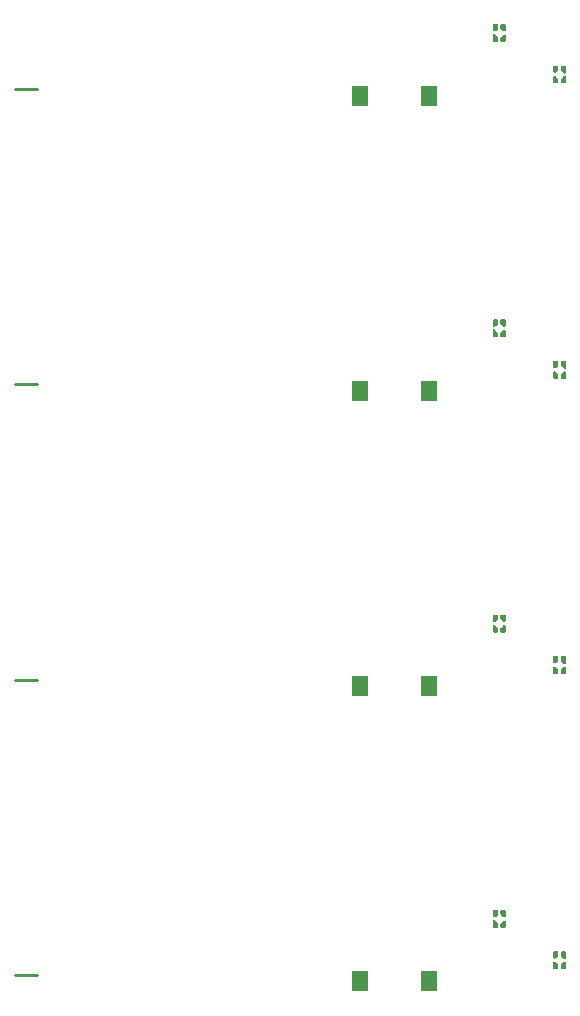
<source format=gts>
G04*
G04 #@! TF.GenerationSoftware,Altium Limited,Altium Designer,21.0.9 (235)*
G04*
G04 Layer_Color=8388736*
%FSLAX44Y44*%
%MOMM*%
G71*
G04*
G04 #@! TF.SameCoordinates,5DD7C229-C87D-40E0-AB69-EEC5175B06D6*
G04*
G04*
G04 #@! TF.FilePolarity,Negative*
G04*
G01*
G75*
%ADD10C,0.2540*%
%ADD70R,1.4032X1.7532*%
%ADD71R,1.4032X1.7532*%
G36*
X1096090Y1074967D02*
X1096221Y1074941D01*
X1096347Y1074898D01*
X1096467Y1074839D01*
X1096578Y1074765D01*
X1096678Y1074678D01*
X1096765Y1074578D01*
X1096839Y1074467D01*
X1096898Y1074347D01*
X1096941Y1074221D01*
X1096967Y1074091D01*
X1096976Y1073958D01*
Y1069958D01*
X1096967Y1069825D01*
X1096941Y1069694D01*
X1096898Y1069568D01*
X1096839Y1069449D01*
X1096765Y1069338D01*
X1096678Y1069238D01*
X1096578Y1069150D01*
X1096467Y1069076D01*
X1096347Y1069017D01*
X1096221Y1068974D01*
X1096090Y1068948D01*
X1095958Y1068940D01*
X1095258D01*
X1095125Y1068948D01*
X1094994Y1068974D01*
X1094868Y1069017D01*
X1094749Y1069076D01*
X1094638Y1069150D01*
X1094538Y1069238D01*
X1092738Y1071038D01*
X1092650Y1071138D01*
X1092576Y1071249D01*
X1092517Y1071368D01*
X1092474Y1071494D01*
X1092448Y1071625D01*
X1092439Y1071758D01*
Y1073958D01*
X1092448Y1074091D01*
X1092474Y1074221D01*
X1092517Y1074347D01*
X1092576Y1074467D01*
X1092650Y1074578D01*
X1092738Y1074678D01*
X1092838Y1074765D01*
X1092949Y1074839D01*
X1093068Y1074898D01*
X1093194Y1074941D01*
X1093325Y1074967D01*
X1093458Y1074976D01*
X1095958D01*
X1096090Y1074967D01*
D02*
G37*
G36*
X1089591D02*
X1089721Y1074941D01*
X1089847Y1074898D01*
X1089967Y1074839D01*
X1090077Y1074765D01*
X1090178Y1074678D01*
X1090265Y1074578D01*
X1090339Y1074467D01*
X1090398Y1074347D01*
X1090441Y1074221D01*
X1090467Y1074091D01*
X1090476Y1073958D01*
Y1071758D01*
X1090467Y1071625D01*
X1090441Y1071494D01*
X1090398Y1071368D01*
X1090339Y1071249D01*
X1090265Y1071138D01*
X1090178Y1071038D01*
X1088378Y1069238D01*
X1088278Y1069150D01*
X1088167Y1069076D01*
X1088047Y1069017D01*
X1087921Y1068974D01*
X1087791Y1068948D01*
X1087658Y1068940D01*
X1086958D01*
X1086825Y1068948D01*
X1086694Y1068974D01*
X1086568Y1069017D01*
X1086449Y1069076D01*
X1086338Y1069150D01*
X1086238Y1069238D01*
X1086150Y1069338D01*
X1086076Y1069449D01*
X1086017Y1069568D01*
X1085974Y1069694D01*
X1085948Y1069825D01*
X1085939Y1069958D01*
Y1073958D01*
X1085948Y1074091D01*
X1085974Y1074221D01*
X1086017Y1074347D01*
X1086076Y1074467D01*
X1086150Y1074578D01*
X1086238Y1074678D01*
X1086338Y1074765D01*
X1086449Y1074839D01*
X1086568Y1074898D01*
X1086694Y1074941D01*
X1086825Y1074967D01*
X1086958Y1074976D01*
X1089458D01*
X1089591Y1074967D01*
D02*
G37*
G36*
X1096090Y1065969D02*
X1096221Y1065943D01*
X1096347Y1065900D01*
X1096467Y1065842D01*
X1096578Y1065768D01*
X1096678Y1065680D01*
X1096765Y1065580D01*
X1096839Y1065469D01*
X1096898Y1065349D01*
X1096941Y1065223D01*
X1096967Y1065093D01*
X1096976Y1064960D01*
Y1060960D01*
X1096967Y1060827D01*
X1096941Y1060696D01*
X1096898Y1060570D01*
X1096839Y1060451D01*
X1096765Y1060340D01*
X1096678Y1060240D01*
X1096578Y1060152D01*
X1096467Y1060078D01*
X1096347Y1060019D01*
X1096221Y1059976D01*
X1096090Y1059950D01*
X1095958Y1059942D01*
X1093458D01*
X1093325Y1059950D01*
X1093194Y1059976D01*
X1093068Y1060019D01*
X1092949Y1060078D01*
X1092838Y1060152D01*
X1092738Y1060240D01*
X1092650Y1060340D01*
X1092576Y1060451D01*
X1092517Y1060570D01*
X1092474Y1060696D01*
X1092448Y1060827D01*
X1092439Y1060960D01*
Y1063160D01*
X1092448Y1063293D01*
X1092474Y1063423D01*
X1092517Y1063549D01*
X1092576Y1063669D01*
X1092650Y1063780D01*
X1092738Y1063880D01*
X1094538Y1065680D01*
X1094638Y1065768D01*
X1094749Y1065842D01*
X1094868Y1065900D01*
X1094994Y1065943D01*
X1095125Y1065969D01*
X1095258Y1065978D01*
X1095958D01*
X1096090Y1065969D01*
D02*
G37*
G36*
X1087093Y1066665D02*
X1087224Y1066639D01*
X1087350Y1066596D01*
X1087469Y1066537D01*
X1087580Y1066463D01*
X1087680Y1066376D01*
X1090180Y1063876D01*
X1090268Y1063775D01*
X1090342Y1063665D01*
X1090401Y1063545D01*
X1090443Y1063419D01*
X1090469Y1063289D01*
X1090478Y1063156D01*
Y1060956D01*
X1090469Y1060823D01*
X1090443Y1060692D01*
X1090401Y1060566D01*
X1090342Y1060447D01*
X1090268Y1060336D01*
X1090180Y1060236D01*
X1090080Y1060148D01*
X1089969Y1060074D01*
X1089850Y1060015D01*
X1089724Y1059972D01*
X1089593Y1059946D01*
X1089460Y1059938D01*
X1086960D01*
X1086827Y1059946D01*
X1086696Y1059972D01*
X1086570Y1060015D01*
X1086451Y1060074D01*
X1086340Y1060148D01*
X1086240Y1060236D01*
X1086152Y1060336D01*
X1086078Y1060447D01*
X1086019Y1060566D01*
X1085976Y1060692D01*
X1085950Y1060823D01*
X1085942Y1060956D01*
Y1065656D01*
X1085950Y1065789D01*
X1085976Y1065919D01*
X1086019Y1066045D01*
X1086078Y1066165D01*
X1086152Y1066275D01*
X1086240Y1066376D01*
X1086340Y1066463D01*
X1086451Y1066537D01*
X1086570Y1066596D01*
X1086696Y1066639D01*
X1086827Y1066665D01*
X1086960Y1066674D01*
X1087093Y1066665D01*
D02*
G37*
G36*
X1140718Y1039923D02*
X1140849Y1039897D01*
X1140975Y1039854D01*
X1141094Y1039795D01*
X1141205Y1039721D01*
X1141305Y1039633D01*
X1141393Y1039533D01*
X1141467Y1039422D01*
X1141526Y1039303D01*
X1141569Y1039177D01*
X1141595Y1039046D01*
X1141603Y1038913D01*
Y1036713D01*
X1141595Y1036580D01*
X1141569Y1036450D01*
X1141526Y1036323D01*
X1141467Y1036204D01*
X1141393Y1036093D01*
X1141305Y1035993D01*
X1139505Y1034193D01*
D01*
D01*
X1139505Y1034193D01*
X1139405Y1034105D01*
X1139294Y1034031D01*
X1139175Y1033972D01*
X1139081Y1033941D01*
X1139049Y1033930D01*
X1138918Y1033904D01*
X1138785Y1033895D01*
X1138085Y1033895D01*
D01*
X1138085D01*
X1137952Y1033904D01*
X1137822Y1033930D01*
X1137779Y1033944D01*
X1137695Y1033972D01*
X1137576Y1034031D01*
X1137465Y1034105D01*
X1137365Y1034193D01*
Y1034193D01*
X1137365D01*
X1137277Y1034293D01*
X1137203Y1034404D01*
X1137144Y1034523D01*
X1137116Y1034607D01*
X1137102Y1034650D01*
X1137076Y1034780D01*
X1137067Y1034913D01*
Y1034913D01*
D01*
Y1038913D01*
X1137076Y1039046D01*
X1137102Y1039177D01*
X1137144Y1039303D01*
X1137203Y1039422D01*
X1137277Y1039533D01*
X1137365Y1039633D01*
X1137465Y1039721D01*
X1137576Y1039795D01*
X1137695Y1039854D01*
X1137822Y1039897D01*
X1137952Y1039923D01*
X1138085Y1039931D01*
X1140585D01*
X1140718Y1039923D01*
D02*
G37*
G36*
X1147216Y1039927D02*
X1147346Y1039901D01*
X1147472Y1039858D01*
X1147592Y1039799D01*
X1147703Y1039725D01*
X1147803Y1039637D01*
X1147891Y1039537D01*
X1147965Y1039426D01*
X1148024Y1039307D01*
X1148066Y1039181D01*
X1148092Y1039050D01*
X1148101Y1038917D01*
Y1034217D01*
X1148092Y1034084D01*
X1148066Y1033954D01*
X1148024Y1033828D01*
X1147965Y1033708D01*
X1147891Y1033597D01*
X1147803Y1033497D01*
X1147703Y1033410D01*
X1147592Y1033335D01*
X1147473Y1033277D01*
X1147346Y1033234D01*
X1147216Y1033208D01*
X1147083Y1033199D01*
X1146950Y1033208D01*
X1146819Y1033234D01*
X1146693Y1033277D01*
X1146574Y1033335D01*
X1146463Y1033410D01*
X1146363Y1033497D01*
X1143863Y1035997D01*
X1143775Y1036097D01*
X1143701Y1036208D01*
X1143642Y1036328D01*
X1143599Y1036454D01*
X1143573Y1036584D01*
X1143565Y1036717D01*
Y1038917D01*
X1143573Y1039050D01*
X1143599Y1039181D01*
X1143642Y1039307D01*
X1143701Y1039426D01*
X1143775Y1039537D01*
X1143863Y1039637D01*
X1143963Y1039725D01*
X1144074Y1039799D01*
X1144193Y1039858D01*
X1144319Y1039901D01*
X1144450Y1039927D01*
X1144583Y1039935D01*
X1147083D01*
X1147216Y1039927D01*
D02*
G37*
G36*
X1147218Y1030925D02*
X1147349Y1030899D01*
X1147392Y1030884D01*
X1147475Y1030856D01*
X1147594Y1030797D01*
X1147705Y1030723D01*
X1147805Y1030635D01*
Y1030635D01*
X1147805D01*
X1147893Y1030535D01*
X1147967Y1030424D01*
X1148026Y1030305D01*
X1148054Y1030221D01*
X1148069Y1030179D01*
X1148095Y1030048D01*
X1148103Y1029915D01*
D01*
Y1029915D01*
X1148103Y1025915D01*
X1148095Y1025782D01*
X1148069Y1025652D01*
X1148026Y1025526D01*
X1147967Y1025406D01*
X1147893Y1025295D01*
X1147805Y1025195D01*
X1147705Y1025107D01*
X1147594Y1025033D01*
X1147475Y1024975D01*
X1147349Y1024932D01*
X1147218Y1024906D01*
X1147085Y1024897D01*
X1144585D01*
X1144452Y1024906D01*
X1144322Y1024932D01*
X1144195Y1024975D01*
X1144076Y1025033D01*
X1143965Y1025107D01*
X1143865Y1025195D01*
X1143777Y1025295D01*
X1143703Y1025406D01*
X1143644Y1025526D01*
X1143602Y1025652D01*
X1143576Y1025782D01*
X1143567Y1025915D01*
X1143567Y1028115D01*
X1143576Y1028248D01*
X1143602Y1028379D01*
X1143644Y1028505D01*
X1143703Y1028624D01*
X1143777Y1028735D01*
X1143865Y1028835D01*
X1145665Y1030635D01*
X1145765Y1030723D01*
X1145876Y1030797D01*
X1145995Y1030856D01*
X1146058Y1030877D01*
X1146122Y1030899D01*
X1146252Y1030925D01*
X1146385Y1030933D01*
X1147085Y1030933D01*
D01*
X1147085D01*
X1147218Y1030925D01*
D02*
G37*
G36*
X1138918D02*
X1139049Y1030899D01*
X1139175Y1030856D01*
X1139294Y1030797D01*
X1139405Y1030723D01*
X1139505Y1030635D01*
X1141305Y1028835D01*
X1141393Y1028735D01*
X1141467Y1028624D01*
X1141526Y1028505D01*
X1141569Y1028379D01*
X1141595Y1028248D01*
X1141603Y1028115D01*
Y1025915D01*
X1141595Y1025782D01*
X1141569Y1025652D01*
X1141526Y1025526D01*
X1141467Y1025406D01*
X1141393Y1025295D01*
X1141305Y1025195D01*
X1141205Y1025107D01*
X1141094Y1025033D01*
X1140975Y1024975D01*
X1140849Y1024932D01*
X1140718Y1024906D01*
X1140585Y1024897D01*
X1138085D01*
X1137952Y1024906D01*
X1137822Y1024932D01*
X1137695Y1024975D01*
X1137576Y1025033D01*
X1137465Y1025107D01*
X1137365Y1025195D01*
X1137277Y1025295D01*
X1137203Y1025406D01*
X1137144Y1025526D01*
X1137102Y1025652D01*
X1137076Y1025782D01*
X1137067Y1025915D01*
Y1029915D01*
X1137076Y1030048D01*
X1137102Y1030179D01*
X1137144Y1030305D01*
X1137203Y1030424D01*
X1137277Y1030535D01*
X1137365Y1030635D01*
X1137465Y1030723D01*
X1137576Y1030797D01*
X1137695Y1030856D01*
X1137822Y1030899D01*
X1137952Y1030925D01*
X1138085Y1030933D01*
X1138785D01*
X1138918Y1030925D01*
D02*
G37*
G36*
X1096090Y824967D02*
X1096221Y824941D01*
X1096347Y824898D01*
X1096467Y824839D01*
X1096578Y824765D01*
X1096678Y824678D01*
X1096765Y824577D01*
X1096839Y824467D01*
X1096898Y824347D01*
X1096941Y824221D01*
X1096967Y824091D01*
X1096976Y823958D01*
Y819958D01*
X1096967Y819825D01*
X1096941Y819694D01*
X1096898Y819568D01*
X1096839Y819449D01*
X1096765Y819338D01*
X1096678Y819238D01*
X1096578Y819150D01*
X1096467Y819076D01*
X1096347Y819017D01*
X1096221Y818974D01*
X1096090Y818948D01*
X1095958Y818940D01*
X1095258D01*
X1095125Y818948D01*
X1094994Y818974D01*
X1094868Y819017D01*
X1094749Y819076D01*
X1094638Y819150D01*
X1094538Y819238D01*
X1092738Y821038D01*
X1092650Y821138D01*
X1092576Y821249D01*
X1092517Y821368D01*
X1092474Y821494D01*
X1092448Y821625D01*
X1092439Y821758D01*
Y823958D01*
X1092448Y824091D01*
X1092474Y824221D01*
X1092517Y824347D01*
X1092576Y824467D01*
X1092650Y824577D01*
X1092738Y824678D01*
X1092838Y824765D01*
X1092949Y824839D01*
X1093068Y824898D01*
X1093194Y824941D01*
X1093325Y824967D01*
X1093458Y824976D01*
X1095958D01*
X1096090Y824967D01*
D02*
G37*
G36*
X1089591D02*
X1089721Y824941D01*
X1089847Y824898D01*
X1089967Y824839D01*
X1090077Y824765D01*
X1090178Y824678D01*
X1090265Y824577D01*
X1090339Y824467D01*
X1090398Y824347D01*
X1090441Y824221D01*
X1090467Y824091D01*
X1090476Y823958D01*
Y821758D01*
X1090467Y821625D01*
X1090441Y821494D01*
X1090398Y821368D01*
X1090339Y821249D01*
X1090265Y821138D01*
X1090178Y821038D01*
X1088378Y819238D01*
X1088278Y819150D01*
X1088167Y819076D01*
X1088047Y819017D01*
X1087921Y818974D01*
X1087791Y818948D01*
X1087658Y818940D01*
X1086958D01*
X1086825Y818948D01*
X1086694Y818974D01*
X1086568Y819017D01*
X1086449Y819076D01*
X1086338Y819150D01*
X1086238Y819238D01*
X1086150Y819338D01*
X1086076Y819449D01*
X1086017Y819568D01*
X1085974Y819694D01*
X1085948Y819825D01*
X1085939Y819958D01*
Y823958D01*
X1085948Y824091D01*
X1085974Y824221D01*
X1086017Y824347D01*
X1086076Y824467D01*
X1086150Y824577D01*
X1086238Y824678D01*
X1086338Y824765D01*
X1086449Y824839D01*
X1086568Y824898D01*
X1086694Y824941D01*
X1086825Y824967D01*
X1086958Y824976D01*
X1089458D01*
X1089591Y824967D01*
D02*
G37*
G36*
X1096090Y815969D02*
X1096221Y815943D01*
X1096347Y815900D01*
X1096467Y815842D01*
X1096578Y815768D01*
X1096678Y815680D01*
X1096765Y815580D01*
X1096839Y815469D01*
X1096898Y815349D01*
X1096941Y815223D01*
X1096967Y815093D01*
X1096976Y814960D01*
Y810960D01*
X1096967Y810827D01*
X1096941Y810696D01*
X1096898Y810570D01*
X1096839Y810451D01*
X1096765Y810340D01*
X1096678Y810240D01*
X1096578Y810152D01*
X1096467Y810078D01*
X1096347Y810019D01*
X1096221Y809976D01*
X1096090Y809950D01*
X1095958Y809942D01*
X1093458D01*
X1093325Y809950D01*
X1093194Y809976D01*
X1093068Y810019D01*
X1092949Y810078D01*
X1092838Y810152D01*
X1092738Y810240D01*
X1092650Y810340D01*
X1092576Y810451D01*
X1092517Y810570D01*
X1092474Y810696D01*
X1092448Y810827D01*
X1092439Y810960D01*
Y813160D01*
X1092448Y813293D01*
X1092474Y813423D01*
X1092517Y813549D01*
X1092576Y813669D01*
X1092650Y813780D01*
X1092738Y813880D01*
X1094538Y815680D01*
X1094638Y815768D01*
X1094749Y815842D01*
X1094868Y815900D01*
X1094994Y815943D01*
X1095125Y815969D01*
X1095258Y815978D01*
X1095958D01*
X1096090Y815969D01*
D02*
G37*
G36*
X1087093Y816665D02*
X1087224Y816639D01*
X1087350Y816596D01*
X1087469Y816537D01*
X1087580Y816463D01*
X1087680Y816376D01*
X1090180Y813876D01*
X1090268Y813775D01*
X1090342Y813665D01*
X1090401Y813545D01*
X1090443Y813419D01*
X1090469Y813288D01*
X1090478Y813156D01*
Y810956D01*
X1090469Y810823D01*
X1090443Y810692D01*
X1090401Y810566D01*
X1090342Y810446D01*
X1090268Y810336D01*
X1090180Y810236D01*
X1090080Y810148D01*
X1089969Y810074D01*
X1089850Y810015D01*
X1089724Y809972D01*
X1089593Y809946D01*
X1089460Y809937D01*
X1086960D01*
X1086827Y809946D01*
X1086696Y809972D01*
X1086570Y810015D01*
X1086451Y810074D01*
X1086340Y810148D01*
X1086240Y810236D01*
X1086152Y810336D01*
X1086078Y810446D01*
X1086019Y810566D01*
X1085976Y810692D01*
X1085950Y810823D01*
X1085942Y810956D01*
Y815656D01*
X1085950Y815788D01*
X1085976Y815919D01*
X1086019Y816045D01*
X1086078Y816165D01*
X1086152Y816275D01*
X1086240Y816376D01*
X1086340Y816463D01*
X1086451Y816537D01*
X1086570Y816596D01*
X1086696Y816639D01*
X1086827Y816665D01*
X1086960Y816674D01*
X1087093Y816665D01*
D02*
G37*
G36*
X1140718Y789922D02*
X1140849Y789896D01*
X1140975Y789854D01*
X1141094Y789795D01*
X1141205Y789721D01*
X1141305Y789633D01*
X1141393Y789533D01*
X1141467Y789422D01*
X1141526Y789303D01*
X1141569Y789177D01*
X1141595Y789046D01*
X1141603Y788913D01*
Y786713D01*
X1141595Y786580D01*
X1141569Y786450D01*
X1141526Y786323D01*
X1141467Y786204D01*
X1141393Y786093D01*
X1141305Y785993D01*
X1139505Y784193D01*
D01*
D01*
X1139505Y784193D01*
X1139405Y784105D01*
X1139294Y784031D01*
X1139175Y783972D01*
X1139081Y783940D01*
X1139049Y783930D01*
X1138918Y783904D01*
X1138785Y783895D01*
X1138085Y783895D01*
D01*
X1138085D01*
X1137952Y783904D01*
X1137822Y783930D01*
X1137779Y783944D01*
X1137695Y783972D01*
X1137576Y784031D01*
X1137465Y784105D01*
X1137365Y784193D01*
Y784193D01*
X1137365D01*
X1137277Y784293D01*
X1137203Y784404D01*
X1137144Y784523D01*
X1137116Y784607D01*
X1137102Y784650D01*
X1137076Y784780D01*
X1137067Y784913D01*
Y784913D01*
D01*
Y788913D01*
X1137076Y789046D01*
X1137102Y789177D01*
X1137144Y789303D01*
X1137203Y789422D01*
X1137277Y789533D01*
X1137365Y789633D01*
X1137465Y789721D01*
X1137576Y789795D01*
X1137695Y789854D01*
X1137822Y789896D01*
X1137952Y789922D01*
X1138085Y789931D01*
X1140585D01*
X1140718Y789922D01*
D02*
G37*
G36*
X1147216Y789927D02*
X1147346Y789901D01*
X1147472Y789858D01*
X1147592Y789799D01*
X1147703Y789725D01*
X1147803Y789637D01*
X1147891Y789537D01*
X1147965Y789426D01*
X1148024Y789307D01*
X1148066Y789181D01*
X1148092Y789050D01*
X1148101Y788917D01*
Y784217D01*
X1148092Y784084D01*
X1148066Y783954D01*
X1148024Y783828D01*
X1147965Y783708D01*
X1147891Y783597D01*
X1147803Y783497D01*
X1147703Y783409D01*
X1147592Y783335D01*
X1147473Y783277D01*
X1147346Y783234D01*
X1147216Y783208D01*
X1147083Y783199D01*
X1146950Y783208D01*
X1146819Y783234D01*
X1146693Y783277D01*
X1146574Y783335D01*
X1146463Y783409D01*
X1146363Y783497D01*
X1143863Y785997D01*
X1143775Y786097D01*
X1143701Y786208D01*
X1143642Y786328D01*
X1143599Y786454D01*
X1143573Y786584D01*
X1143565Y786717D01*
Y788917D01*
X1143573Y789050D01*
X1143599Y789181D01*
X1143642Y789307D01*
X1143701Y789426D01*
X1143775Y789537D01*
X1143863Y789637D01*
X1143963Y789725D01*
X1144074Y789799D01*
X1144193Y789858D01*
X1144319Y789901D01*
X1144450Y789927D01*
X1144583Y789935D01*
X1147083D01*
X1147216Y789927D01*
D02*
G37*
G36*
X1147218Y780925D02*
X1147349Y780899D01*
X1147392Y780884D01*
X1147475Y780856D01*
X1147594Y780797D01*
X1147705Y780723D01*
X1147805Y780635D01*
Y780635D01*
X1147805D01*
X1147893Y780535D01*
X1147967Y780424D01*
X1148026Y780305D01*
X1148054Y780221D01*
X1148069Y780179D01*
X1148095Y780048D01*
X1148103Y779915D01*
D01*
Y779915D01*
X1148103Y775915D01*
X1148095Y775782D01*
X1148069Y775652D01*
X1148026Y775526D01*
X1147967Y775406D01*
X1147893Y775295D01*
X1147805Y775195D01*
X1147705Y775107D01*
X1147594Y775033D01*
X1147475Y774974D01*
X1147349Y774932D01*
X1147218Y774906D01*
X1147085Y774897D01*
X1144585D01*
X1144452Y774906D01*
X1144322Y774932D01*
X1144195Y774974D01*
X1144076Y775033D01*
X1143965Y775107D01*
X1143865Y775195D01*
X1143777Y775295D01*
X1143703Y775406D01*
X1143644Y775526D01*
X1143602Y775652D01*
X1143576Y775782D01*
X1143567Y775915D01*
X1143567Y778115D01*
X1143576Y778248D01*
X1143602Y778379D01*
X1143644Y778505D01*
X1143703Y778624D01*
X1143777Y778735D01*
X1143865Y778835D01*
X1145665Y780635D01*
X1145765Y780723D01*
X1145876Y780797D01*
X1145995Y780856D01*
X1146058Y780877D01*
X1146122Y780899D01*
X1146252Y780925D01*
X1146385Y780933D01*
X1147085Y780933D01*
D01*
X1147085D01*
X1147218Y780925D01*
D02*
G37*
G36*
X1138918D02*
X1139049Y780899D01*
X1139175Y780856D01*
X1139294Y780797D01*
X1139405Y780723D01*
X1139505Y780635D01*
X1141305Y778835D01*
X1141393Y778735D01*
X1141467Y778624D01*
X1141526Y778505D01*
X1141569Y778379D01*
X1141595Y778248D01*
X1141603Y778115D01*
Y775915D01*
X1141595Y775782D01*
X1141569Y775652D01*
X1141526Y775526D01*
X1141467Y775406D01*
X1141393Y775295D01*
X1141305Y775195D01*
X1141205Y775107D01*
X1141094Y775033D01*
X1140975Y774974D01*
X1140849Y774932D01*
X1140718Y774906D01*
X1140585Y774897D01*
X1138085D01*
X1137952Y774906D01*
X1137822Y774932D01*
X1137695Y774974D01*
X1137576Y775033D01*
X1137465Y775107D01*
X1137365Y775195D01*
X1137277Y775295D01*
X1137203Y775406D01*
X1137144Y775526D01*
X1137102Y775652D01*
X1137076Y775782D01*
X1137067Y775915D01*
Y779915D01*
X1137076Y780048D01*
X1137102Y780179D01*
X1137144Y780305D01*
X1137203Y780424D01*
X1137277Y780535D01*
X1137365Y780635D01*
X1137465Y780723D01*
X1137576Y780797D01*
X1137695Y780856D01*
X1137822Y780899D01*
X1137952Y780925D01*
X1138085Y780933D01*
X1138785D01*
X1138918Y780925D01*
D02*
G37*
G36*
X1096090Y574967D02*
X1096221Y574941D01*
X1096347Y574898D01*
X1096467Y574839D01*
X1096578Y574765D01*
X1096678Y574678D01*
X1096765Y574577D01*
X1096839Y574467D01*
X1096898Y574347D01*
X1096941Y574221D01*
X1096967Y574090D01*
X1096976Y573958D01*
Y569958D01*
X1096967Y569825D01*
X1096941Y569694D01*
X1096898Y569568D01*
X1096839Y569449D01*
X1096765Y569338D01*
X1096678Y569238D01*
X1096578Y569150D01*
X1096467Y569076D01*
X1096347Y569017D01*
X1096221Y568974D01*
X1096090Y568948D01*
X1095958Y568940D01*
X1095258D01*
X1095125Y568948D01*
X1094994Y568974D01*
X1094868Y569017D01*
X1094749Y569076D01*
X1094638Y569150D01*
X1094538Y569238D01*
X1092738Y571038D01*
X1092650Y571138D01*
X1092576Y571249D01*
X1092517Y571368D01*
X1092474Y571494D01*
X1092448Y571625D01*
X1092439Y571758D01*
Y573958D01*
X1092448Y574090D01*
X1092474Y574221D01*
X1092517Y574347D01*
X1092576Y574467D01*
X1092650Y574577D01*
X1092738Y574678D01*
X1092838Y574765D01*
X1092949Y574839D01*
X1093068Y574898D01*
X1093194Y574941D01*
X1093325Y574967D01*
X1093458Y574976D01*
X1095958D01*
X1096090Y574967D01*
D02*
G37*
G36*
X1089591D02*
X1089721Y574941D01*
X1089847Y574898D01*
X1089967Y574839D01*
X1090077Y574765D01*
X1090178Y574678D01*
X1090265Y574577D01*
X1090339Y574467D01*
X1090398Y574347D01*
X1090441Y574221D01*
X1090467Y574090D01*
X1090476Y573958D01*
Y571758D01*
X1090467Y571625D01*
X1090441Y571494D01*
X1090398Y571368D01*
X1090339Y571249D01*
X1090265Y571138D01*
X1090178Y571038D01*
X1088378Y569238D01*
X1088278Y569150D01*
X1088167Y569076D01*
X1088047Y569017D01*
X1087921Y568974D01*
X1087791Y568948D01*
X1087658Y568940D01*
X1086958D01*
X1086825Y568948D01*
X1086694Y568974D01*
X1086568Y569017D01*
X1086449Y569076D01*
X1086338Y569150D01*
X1086238Y569238D01*
X1086150Y569338D01*
X1086076Y569449D01*
X1086017Y569568D01*
X1085974Y569694D01*
X1085948Y569825D01*
X1085939Y569958D01*
Y573958D01*
X1085948Y574090D01*
X1085974Y574221D01*
X1086017Y574347D01*
X1086076Y574467D01*
X1086150Y574577D01*
X1086238Y574678D01*
X1086338Y574765D01*
X1086449Y574839D01*
X1086568Y574898D01*
X1086694Y574941D01*
X1086825Y574967D01*
X1086958Y574976D01*
X1089458D01*
X1089591Y574967D01*
D02*
G37*
G36*
X1096090Y565969D02*
X1096221Y565943D01*
X1096347Y565900D01*
X1096467Y565841D01*
X1096578Y565767D01*
X1096678Y565680D01*
X1096765Y565579D01*
X1096839Y565469D01*
X1096898Y565349D01*
X1096941Y565223D01*
X1096967Y565093D01*
X1096976Y564960D01*
Y560960D01*
X1096967Y560827D01*
X1096941Y560696D01*
X1096898Y560570D01*
X1096839Y560451D01*
X1096765Y560340D01*
X1096678Y560240D01*
X1096578Y560152D01*
X1096467Y560078D01*
X1096347Y560019D01*
X1096221Y559976D01*
X1096090Y559950D01*
X1095958Y559941D01*
X1093458D01*
X1093325Y559950D01*
X1093194Y559976D01*
X1093068Y560019D01*
X1092949Y560078D01*
X1092838Y560152D01*
X1092738Y560240D01*
X1092650Y560340D01*
X1092576Y560451D01*
X1092517Y560570D01*
X1092474Y560696D01*
X1092448Y560827D01*
X1092439Y560960D01*
Y563160D01*
X1092448Y563293D01*
X1092474Y563423D01*
X1092517Y563549D01*
X1092576Y563669D01*
X1092650Y563779D01*
X1092738Y563880D01*
X1094538Y565680D01*
X1094638Y565767D01*
X1094749Y565841D01*
X1094868Y565900D01*
X1094994Y565943D01*
X1095125Y565969D01*
X1095258Y565978D01*
X1095958D01*
X1096090Y565969D01*
D02*
G37*
G36*
X1087093Y566665D02*
X1087224Y566639D01*
X1087350Y566596D01*
X1087469Y566537D01*
X1087580Y566463D01*
X1087680Y566376D01*
X1090180Y563876D01*
X1090268Y563775D01*
X1090342Y563665D01*
X1090401Y563545D01*
X1090443Y563419D01*
X1090469Y563288D01*
X1090478Y563156D01*
Y560956D01*
X1090469Y560823D01*
X1090443Y560692D01*
X1090401Y560566D01*
X1090342Y560447D01*
X1090268Y560336D01*
X1090180Y560236D01*
X1090080Y560148D01*
X1089969Y560074D01*
X1089850Y560015D01*
X1089724Y559972D01*
X1089593Y559946D01*
X1089460Y559937D01*
X1086960D01*
X1086827Y559946D01*
X1086696Y559972D01*
X1086570Y560015D01*
X1086451Y560074D01*
X1086340Y560148D01*
X1086240Y560236D01*
X1086152Y560336D01*
X1086078Y560447D01*
X1086019Y560566D01*
X1085976Y560692D01*
X1085950Y560823D01*
X1085942Y560956D01*
Y565656D01*
X1085950Y565788D01*
X1085976Y565919D01*
X1086019Y566045D01*
X1086078Y566165D01*
X1086152Y566275D01*
X1086240Y566376D01*
X1086340Y566463D01*
X1086451Y566537D01*
X1086570Y566596D01*
X1086696Y566639D01*
X1086827Y566665D01*
X1086960Y566674D01*
X1087093Y566665D01*
D02*
G37*
G36*
X1140718Y539922D02*
X1140849Y539897D01*
X1140975Y539854D01*
X1141094Y539795D01*
X1141205Y539721D01*
X1141305Y539633D01*
X1141393Y539533D01*
X1141467Y539422D01*
X1141526Y539303D01*
X1141569Y539176D01*
X1141595Y539046D01*
X1141603Y538913D01*
Y536713D01*
X1141595Y536580D01*
X1141569Y536450D01*
X1141526Y536323D01*
X1141467Y536204D01*
X1141393Y536093D01*
X1141305Y535993D01*
X1139505Y534193D01*
D01*
D01*
X1139505Y534193D01*
X1139405Y534105D01*
X1139294Y534031D01*
X1139175Y533972D01*
X1139081Y533940D01*
X1139049Y533929D01*
X1138918Y533904D01*
X1138785Y533895D01*
X1138085Y533895D01*
D01*
X1138085D01*
X1137952Y533904D01*
X1137822Y533929D01*
X1137779Y533944D01*
X1137695Y533972D01*
X1137576Y534031D01*
X1137465Y534105D01*
X1137365Y534193D01*
Y534193D01*
X1137365D01*
X1137277Y534293D01*
X1137203Y534404D01*
X1137144Y534523D01*
X1137116Y534607D01*
X1137102Y534649D01*
X1137076Y534780D01*
X1137067Y534913D01*
Y534913D01*
D01*
Y538913D01*
X1137076Y539046D01*
X1137102Y539176D01*
X1137144Y539303D01*
X1137203Y539422D01*
X1137277Y539533D01*
X1137365Y539633D01*
X1137465Y539721D01*
X1137576Y539795D01*
X1137695Y539854D01*
X1137822Y539897D01*
X1137952Y539922D01*
X1138085Y539931D01*
X1140585D01*
X1140718Y539922D01*
D02*
G37*
G36*
X1147216Y539927D02*
X1147346Y539901D01*
X1147472Y539858D01*
X1147592Y539799D01*
X1147703Y539725D01*
X1147803Y539637D01*
X1147891Y539537D01*
X1147965Y539426D01*
X1148024Y539307D01*
X1148066Y539181D01*
X1148092Y539050D01*
X1148101Y538917D01*
Y534217D01*
X1148092Y534084D01*
X1148066Y533954D01*
X1148024Y533828D01*
X1147965Y533708D01*
X1147891Y533597D01*
X1147803Y533497D01*
X1147703Y533409D01*
X1147592Y533335D01*
X1147473Y533276D01*
X1147346Y533234D01*
X1147216Y533208D01*
X1147083Y533199D01*
X1146950Y533208D01*
X1146819Y533234D01*
X1146693Y533276D01*
X1146574Y533335D01*
X1146463Y533409D01*
X1146363Y533497D01*
X1143863Y535997D01*
X1143775Y536097D01*
X1143701Y536208D01*
X1143642Y536328D01*
X1143599Y536454D01*
X1143573Y536584D01*
X1143565Y536717D01*
Y538917D01*
X1143573Y539050D01*
X1143599Y539181D01*
X1143642Y539307D01*
X1143701Y539426D01*
X1143775Y539537D01*
X1143863Y539637D01*
X1143963Y539725D01*
X1144074Y539799D01*
X1144193Y539858D01*
X1144319Y539901D01*
X1144450Y539927D01*
X1144583Y539935D01*
X1147083D01*
X1147216Y539927D01*
D02*
G37*
G36*
X1147218Y530924D02*
X1147349Y530899D01*
X1147392Y530884D01*
X1147475Y530856D01*
X1147594Y530797D01*
X1147705Y530723D01*
X1147805Y530635D01*
Y530635D01*
X1147805D01*
X1147893Y530535D01*
X1147967Y530424D01*
X1148026Y530305D01*
X1148054Y530221D01*
X1148069Y530179D01*
X1148095Y530048D01*
X1148103Y529915D01*
D01*
Y529915D01*
X1148103Y525915D01*
X1148095Y525782D01*
X1148069Y525652D01*
X1148026Y525525D01*
X1147967Y525406D01*
X1147893Y525295D01*
X1147805Y525195D01*
X1147705Y525107D01*
X1147594Y525033D01*
X1147475Y524974D01*
X1147349Y524932D01*
X1147218Y524906D01*
X1147085Y524897D01*
X1144585D01*
X1144452Y524906D01*
X1144322Y524932D01*
X1144195Y524974D01*
X1144076Y525033D01*
X1143965Y525107D01*
X1143865Y525195D01*
X1143777Y525295D01*
X1143703Y525406D01*
X1143644Y525525D01*
X1143602Y525652D01*
X1143576Y525782D01*
X1143567Y525915D01*
X1143567Y528115D01*
X1143576Y528248D01*
X1143602Y528379D01*
X1143644Y528505D01*
X1143703Y528624D01*
X1143777Y528735D01*
X1143865Y528835D01*
X1145665Y530635D01*
X1145765Y530723D01*
X1145876Y530797D01*
X1145995Y530856D01*
X1146058Y530877D01*
X1146122Y530899D01*
X1146252Y530924D01*
X1146385Y530933D01*
X1147085Y530933D01*
D01*
X1147085D01*
X1147218Y530924D01*
D02*
G37*
G36*
X1138918D02*
X1139049Y530899D01*
X1139175Y530856D01*
X1139294Y530797D01*
X1139405Y530723D01*
X1139505Y530635D01*
X1141305Y528835D01*
X1141393Y528735D01*
X1141467Y528624D01*
X1141526Y528505D01*
X1141569Y528379D01*
X1141595Y528248D01*
X1141603Y528115D01*
Y525915D01*
X1141595Y525782D01*
X1141569Y525652D01*
X1141526Y525525D01*
X1141467Y525406D01*
X1141393Y525295D01*
X1141305Y525195D01*
X1141205Y525107D01*
X1141094Y525033D01*
X1140975Y524974D01*
X1140849Y524932D01*
X1140718Y524906D01*
X1140585Y524897D01*
X1138085D01*
X1137952Y524906D01*
X1137822Y524932D01*
X1137695Y524974D01*
X1137576Y525033D01*
X1137465Y525107D01*
X1137365Y525195D01*
X1137277Y525295D01*
X1137203Y525406D01*
X1137144Y525525D01*
X1137102Y525652D01*
X1137076Y525782D01*
X1137067Y525915D01*
Y529915D01*
X1137076Y530048D01*
X1137102Y530179D01*
X1137144Y530305D01*
X1137203Y530424D01*
X1137277Y530535D01*
X1137365Y530635D01*
X1137465Y530723D01*
X1137576Y530797D01*
X1137695Y530856D01*
X1137822Y530899D01*
X1137952Y530924D01*
X1138085Y530933D01*
X1138785D01*
X1138918Y530924D01*
D02*
G37*
G36*
X1096090Y324967D02*
X1096221Y324941D01*
X1096347Y324898D01*
X1096467Y324839D01*
X1096578Y324765D01*
X1096678Y324678D01*
X1096765Y324577D01*
X1096839Y324467D01*
X1096898Y324347D01*
X1096941Y324221D01*
X1096967Y324090D01*
X1096976Y323958D01*
Y319958D01*
X1096967Y319825D01*
X1096941Y319694D01*
X1096898Y319568D01*
X1096839Y319449D01*
X1096765Y319338D01*
X1096678Y319238D01*
X1096578Y319150D01*
X1096467Y319076D01*
X1096347Y319017D01*
X1096221Y318974D01*
X1096090Y318948D01*
X1095958Y318939D01*
X1095258D01*
X1095125Y318948D01*
X1094994Y318974D01*
X1094868Y319017D01*
X1094749Y319076D01*
X1094638Y319150D01*
X1094538Y319238D01*
X1092738Y321038D01*
X1092650Y321138D01*
X1092576Y321249D01*
X1092517Y321368D01*
X1092474Y321494D01*
X1092448Y321625D01*
X1092439Y321758D01*
Y323958D01*
X1092448Y324090D01*
X1092474Y324221D01*
X1092517Y324347D01*
X1092576Y324467D01*
X1092650Y324577D01*
X1092738Y324678D01*
X1092838Y324765D01*
X1092949Y324839D01*
X1093068Y324898D01*
X1093194Y324941D01*
X1093325Y324967D01*
X1093458Y324976D01*
X1095958D01*
X1096090Y324967D01*
D02*
G37*
G36*
X1089591D02*
X1089721Y324941D01*
X1089847Y324898D01*
X1089967Y324839D01*
X1090077Y324765D01*
X1090178Y324678D01*
X1090265Y324577D01*
X1090339Y324467D01*
X1090398Y324347D01*
X1090441Y324221D01*
X1090467Y324090D01*
X1090476Y323958D01*
Y321758D01*
X1090467Y321625D01*
X1090441Y321494D01*
X1090398Y321368D01*
X1090339Y321249D01*
X1090265Y321138D01*
X1090178Y321038D01*
X1088378Y319238D01*
X1088278Y319150D01*
X1088167Y319076D01*
X1088047Y319017D01*
X1087921Y318974D01*
X1087791Y318948D01*
X1087658Y318939D01*
X1086958D01*
X1086825Y318948D01*
X1086694Y318974D01*
X1086568Y319017D01*
X1086449Y319076D01*
X1086338Y319150D01*
X1086238Y319238D01*
X1086150Y319338D01*
X1086076Y319449D01*
X1086017Y319568D01*
X1085974Y319694D01*
X1085948Y319825D01*
X1085939Y319958D01*
Y323958D01*
X1085948Y324090D01*
X1085974Y324221D01*
X1086017Y324347D01*
X1086076Y324467D01*
X1086150Y324577D01*
X1086238Y324678D01*
X1086338Y324765D01*
X1086449Y324839D01*
X1086568Y324898D01*
X1086694Y324941D01*
X1086825Y324967D01*
X1086958Y324976D01*
X1089458D01*
X1089591Y324967D01*
D02*
G37*
G36*
X1096090Y315969D02*
X1096221Y315943D01*
X1096347Y315900D01*
X1096467Y315841D01*
X1096578Y315767D01*
X1096678Y315680D01*
X1096765Y315579D01*
X1096839Y315469D01*
X1096898Y315349D01*
X1096941Y315223D01*
X1096967Y315093D01*
X1096976Y314960D01*
Y310960D01*
X1096967Y310827D01*
X1096941Y310696D01*
X1096898Y310570D01*
X1096839Y310450D01*
X1096765Y310340D01*
X1096678Y310240D01*
X1096578Y310152D01*
X1096467Y310078D01*
X1096347Y310019D01*
X1096221Y309976D01*
X1096090Y309950D01*
X1095958Y309941D01*
X1093458D01*
X1093325Y309950D01*
X1093194Y309976D01*
X1093068Y310019D01*
X1092949Y310078D01*
X1092838Y310152D01*
X1092738Y310240D01*
X1092650Y310340D01*
X1092576Y310450D01*
X1092517Y310570D01*
X1092474Y310696D01*
X1092448Y310827D01*
X1092439Y310960D01*
Y313160D01*
X1092448Y313293D01*
X1092474Y313423D01*
X1092517Y313549D01*
X1092576Y313669D01*
X1092650Y313780D01*
X1092738Y313880D01*
X1094538Y315680D01*
X1094638Y315767D01*
X1094749Y315841D01*
X1094868Y315900D01*
X1094994Y315943D01*
X1095125Y315969D01*
X1095258Y315978D01*
X1095958D01*
X1096090Y315969D01*
D02*
G37*
G36*
X1087093Y316665D02*
X1087224Y316639D01*
X1087350Y316596D01*
X1087469Y316537D01*
X1087580Y316463D01*
X1087680Y316376D01*
X1090180Y313876D01*
X1090268Y313775D01*
X1090342Y313665D01*
X1090401Y313545D01*
X1090443Y313419D01*
X1090469Y313288D01*
X1090478Y313155D01*
Y310956D01*
X1090469Y310823D01*
X1090443Y310692D01*
X1090401Y310566D01*
X1090342Y310446D01*
X1090268Y310336D01*
X1090180Y310236D01*
X1090080Y310148D01*
X1089969Y310074D01*
X1089850Y310015D01*
X1089724Y309972D01*
X1089593Y309946D01*
X1089460Y309937D01*
X1086960D01*
X1086827Y309946D01*
X1086696Y309972D01*
X1086570Y310015D01*
X1086451Y310074D01*
X1086340Y310148D01*
X1086240Y310236D01*
X1086152Y310336D01*
X1086078Y310446D01*
X1086019Y310566D01*
X1085976Y310692D01*
X1085950Y310823D01*
X1085942Y310956D01*
Y315655D01*
X1085950Y315788D01*
X1085976Y315919D01*
X1086019Y316045D01*
X1086078Y316165D01*
X1086152Y316275D01*
X1086240Y316376D01*
X1086340Y316463D01*
X1086451Y316537D01*
X1086570Y316596D01*
X1086696Y316639D01*
X1086827Y316665D01*
X1086960Y316674D01*
X1087093Y316665D01*
D02*
G37*
G36*
X1140718Y289922D02*
X1140849Y289896D01*
X1140975Y289854D01*
X1141094Y289795D01*
X1141205Y289721D01*
X1141305Y289633D01*
X1141393Y289533D01*
X1141467Y289422D01*
X1141526Y289303D01*
X1141569Y289177D01*
X1141595Y289046D01*
X1141603Y288913D01*
Y286713D01*
X1141595Y286580D01*
X1141569Y286449D01*
X1141526Y286323D01*
X1141467Y286204D01*
X1141393Y286093D01*
X1141305Y285993D01*
X1139505Y284193D01*
D01*
D01*
X1139505Y284193D01*
X1139405Y284105D01*
X1139294Y284031D01*
X1139175Y283972D01*
X1139081Y283940D01*
X1139049Y283930D01*
X1138918Y283904D01*
X1138785Y283895D01*
X1138085Y283895D01*
D01*
X1138085D01*
X1137952Y283903D01*
X1137822Y283929D01*
X1137779Y283944D01*
X1137695Y283972D01*
X1137576Y284031D01*
X1137465Y284105D01*
X1137365Y284193D01*
Y284193D01*
X1137365D01*
X1137277Y284293D01*
X1137203Y284404D01*
X1137144Y284523D01*
X1137116Y284607D01*
X1137102Y284649D01*
X1137076Y284780D01*
X1137067Y284913D01*
Y284913D01*
D01*
Y288913D01*
X1137076Y289046D01*
X1137102Y289177D01*
X1137144Y289303D01*
X1137203Y289422D01*
X1137277Y289533D01*
X1137365Y289633D01*
X1137465Y289721D01*
X1137576Y289795D01*
X1137695Y289854D01*
X1137822Y289896D01*
X1137952Y289922D01*
X1138085Y289931D01*
X1140585D01*
X1140718Y289922D01*
D02*
G37*
G36*
X1147216Y289926D02*
X1147346Y289900D01*
X1147472Y289858D01*
X1147592Y289799D01*
X1147703Y289725D01*
X1147803Y289637D01*
X1147891Y289537D01*
X1147965Y289426D01*
X1148024Y289307D01*
X1148066Y289181D01*
X1148092Y289050D01*
X1148101Y288917D01*
Y284217D01*
X1148092Y284084D01*
X1148066Y283953D01*
X1148024Y283827D01*
X1147965Y283708D01*
X1147891Y283597D01*
X1147803Y283497D01*
X1147703Y283409D01*
X1147592Y283335D01*
X1147473Y283276D01*
X1147346Y283234D01*
X1147216Y283208D01*
X1147083Y283199D01*
X1146950Y283208D01*
X1146819Y283234D01*
X1146693Y283276D01*
X1146574Y283335D01*
X1146463Y283409D01*
X1146363Y283497D01*
X1143863Y285997D01*
X1143775Y286097D01*
X1143701Y286208D01*
X1143642Y286327D01*
X1143599Y286453D01*
X1143573Y286584D01*
X1143565Y286717D01*
Y288917D01*
X1143573Y289050D01*
X1143599Y289181D01*
X1143642Y289307D01*
X1143701Y289426D01*
X1143775Y289537D01*
X1143863Y289637D01*
X1143963Y289725D01*
X1144074Y289799D01*
X1144193Y289858D01*
X1144319Y289900D01*
X1144450Y289926D01*
X1144583Y289935D01*
X1147083D01*
X1147216Y289926D01*
D02*
G37*
G36*
X1147218Y280924D02*
X1147349Y280898D01*
X1147392Y280884D01*
X1147475Y280856D01*
X1147594Y280797D01*
X1147705Y280723D01*
X1147805Y280635D01*
Y280635D01*
X1147805D01*
X1147893Y280535D01*
X1147967Y280424D01*
X1148026Y280305D01*
X1148054Y280221D01*
X1148069Y280179D01*
X1148095Y280048D01*
X1148103Y279915D01*
D01*
Y279915D01*
X1148103Y275915D01*
X1148095Y275782D01*
X1148069Y275651D01*
X1148026Y275525D01*
X1147967Y275406D01*
X1147893Y275295D01*
X1147805Y275195D01*
X1147705Y275107D01*
X1147594Y275033D01*
X1147475Y274974D01*
X1147349Y274932D01*
X1147218Y274905D01*
X1147085Y274897D01*
X1144585D01*
X1144452Y274905D01*
X1144322Y274932D01*
X1144195Y274974D01*
X1144076Y275033D01*
X1143965Y275107D01*
X1143865Y275195D01*
X1143777Y275295D01*
X1143703Y275406D01*
X1143644Y275525D01*
X1143602Y275651D01*
X1143576Y275782D01*
X1143567Y275915D01*
X1143567Y278115D01*
X1143576Y278248D01*
X1143602Y278379D01*
X1143644Y278505D01*
X1143703Y278624D01*
X1143777Y278735D01*
X1143865Y278835D01*
X1145665Y280635D01*
X1145765Y280723D01*
X1145876Y280797D01*
X1145995Y280856D01*
X1146058Y280877D01*
X1146122Y280898D01*
X1146252Y280924D01*
X1146385Y280933D01*
X1147085Y280933D01*
D01*
X1147085D01*
X1147218Y280924D01*
D02*
G37*
G36*
X1138918D02*
X1139049Y280898D01*
X1139175Y280856D01*
X1139294Y280797D01*
X1139405Y280723D01*
X1139505Y280635D01*
X1141305Y278835D01*
X1141393Y278735D01*
X1141467Y278624D01*
X1141526Y278505D01*
X1141569Y278379D01*
X1141595Y278248D01*
X1141603Y278115D01*
Y275915D01*
X1141595Y275782D01*
X1141569Y275651D01*
X1141526Y275525D01*
X1141467Y275406D01*
X1141393Y275295D01*
X1141305Y275195D01*
X1141205Y275107D01*
X1141094Y275033D01*
X1140975Y274974D01*
X1140849Y274932D01*
X1140718Y274905D01*
X1140585Y274897D01*
X1138085D01*
X1137952Y274905D01*
X1137822Y274932D01*
X1137695Y274974D01*
X1137576Y275033D01*
X1137465Y275107D01*
X1137365Y275195D01*
X1137277Y275295D01*
X1137203Y275406D01*
X1137144Y275525D01*
X1137102Y275651D01*
X1137076Y275782D01*
X1137067Y275915D01*
Y279915D01*
X1137076Y280048D01*
X1137102Y280179D01*
X1137144Y280305D01*
X1137203Y280424D01*
X1137277Y280535D01*
X1137365Y280635D01*
X1137465Y280723D01*
X1137576Y280797D01*
X1137695Y280856D01*
X1137822Y280898D01*
X1137952Y280924D01*
X1138085Y280933D01*
X1138785D01*
X1138918Y280924D01*
D02*
G37*
D10*
X681750Y270000D02*
X700000D01*
X681750Y520000D02*
X700000D01*
X681750Y770000D02*
X700000D01*
X681750Y1020000D02*
X700000D01*
D70*
X974005Y264505D02*
D03*
Y514505D02*
D03*
Y764505D02*
D03*
Y1014505D02*
D03*
D71*
X1032005Y264505D02*
D03*
Y514505D02*
D03*
Y764505D02*
D03*
Y1014505D02*
D03*
M02*

</source>
